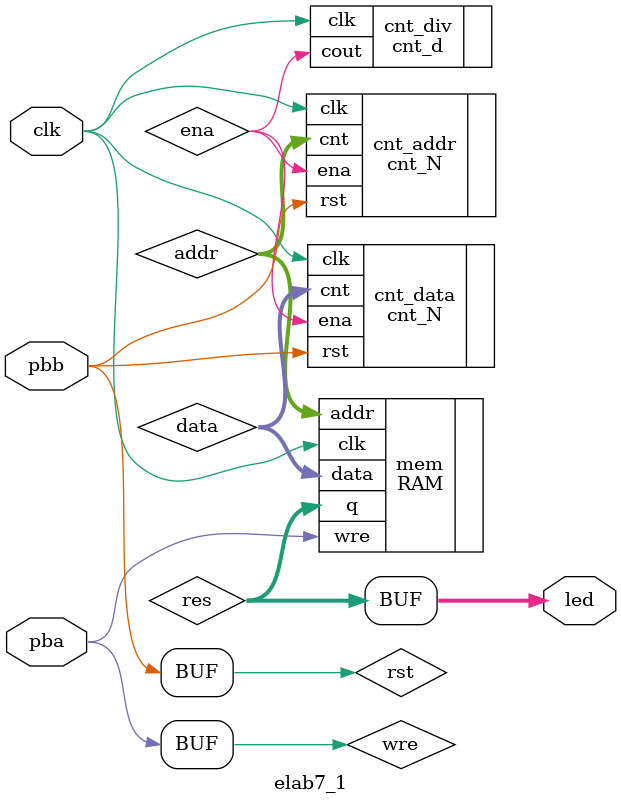
<source format=sv>
module elab7_1(clk, pba, pbb, led);
parameter DIV = 3, INV = 0;
localparam word_num = 16, N = 4, data_W = 4, addr_W = $clog2(word_num);

(* altera_attribute = "-name IO_STANDARD \"2.5V\"", chip_pin = "23" *)
input clk;

(* altera_attribute = "-name IO_STANDARD \"2.5V\"", chip_pin = "64" *)
input pba;

(* altera_attribute = "-name IO_STANDARD \"2.5V\"", chip_pin = "58" *)
input pbb;

(* altera_attribute = "-name IO_STANDARD \"2.5V\"", chip_pin = "69, 70, 71, 72" *)
output [data_W-1:0] led;

wire wre = pba;
wire rst = pbb;
wire ena;
wire [data_W-1:0] data;
wire [addr_W-1:0] addr;
wire [data_W-1:0] res;

cnt_d	#(DIV) cnt_div(.clk, .cout(ena));

cnt_N	#(data_W) cnt_data(.clk, .rst, .ena, .cnt(data));

cnt_N	#(addr_W) cnt_addr(.clk, .rst, .ena, .cnt(addr));

RAM #(word_num, data_W) mem(.clk, .wre, .data, .addr, .q(res));

assign led = (INV) ? ~res : res;

endmodule

</source>
